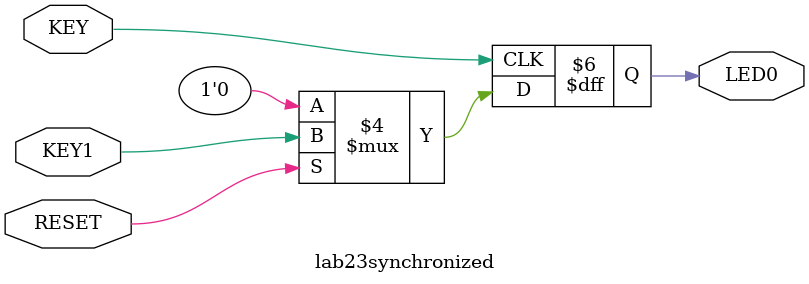
<source format=v>
module lab23synchronized
(
  input wire KEY,
  input wire RESET,
  input wire KEY1,
  
  
  output reg LED0

  
  
  
  );
  
  always@(posedge KEY)
  if(RESET == 1'b0)
     LED0 <= 1'b0;
  else
     LED0 <= KEY1;
  
  endmodule
</source>
